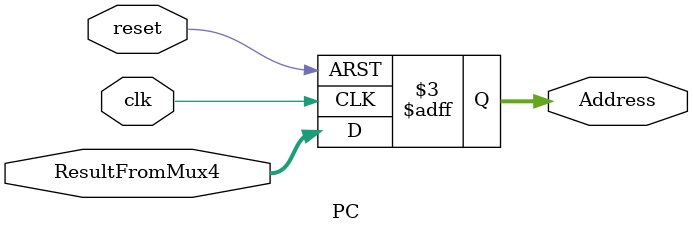
<source format=v>
`timescale 1ns / 1ps

module PC(
    input clk,
    input reset,
    input [31:0] ResultFromMux4,
    output reg [31:0] Address
    );

    //always @ (posedge clk or negedge reset)
    always @ (posedge clk or negedge reset)
    begin
        if(reset == 0) Address = -4;
        else Address = ResultFromMux4;
    end  
endmodule

</source>
